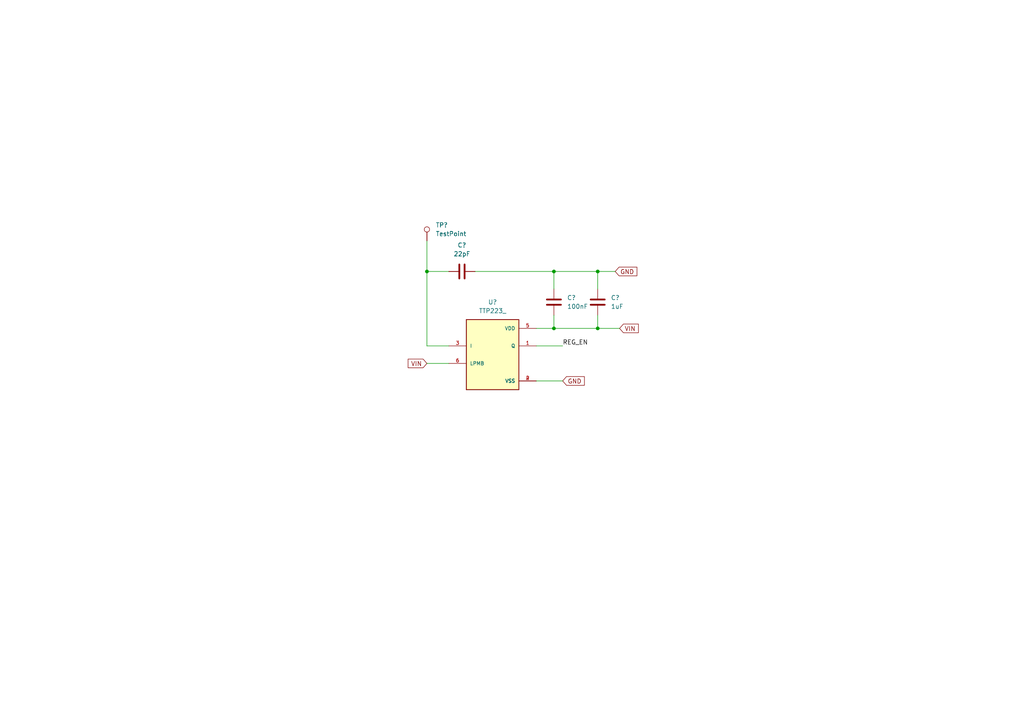
<source format=kicad_sch>
(kicad_sch (version 20211123) (generator eeschema)
  (paper "A4")
  (lib_symbols
    (symbol "Connector:TestPoint" (pin_numbers hide) (pin_names (offset 0.762) hide)
      (property "Reference" "TP" (at 0 6.858 0))
      (property "Value" "TestPoint" (at 0 5.08 0))
      (symbol "TestPoint_0_1"
        (circle (center 0 3.302) (radius 0.762))
      )
      (symbol "TestPoint_1_1"
        (pin passive line (at 0 0 90) (length 2.54) (name "1") (number "1"))
      )
    )
    (symbol "Device:C" (pin_numbers hide) (pin_names (offset 0.254))
      (property "Reference" "C" (at 0.635 2.54 0))
      (property "Value" "C" (at 0.635 -2.54 0))
      (symbol "C_0_1"
        (polyline (pts (xy -2.032 -0.762) (xy 2.032 -0.762)) (stroke (width 0.508)))
        (polyline (pts (xy -2.032 0.762) (xy 2.032 0.762)) (stroke (width 0.508)))
      )
      (symbol "C_1_1"
        (pin passive line (at 0 3.81 270) (length 2.794) (name "~") (number "1"))
        (pin passive line (at 0 -3.81 90) (length 2.794) (name "~") (number "2"))
      )
    )
    (symbol "TTP223_:TTP223_" (pin_names (offset 1.016))
      (property "Reference" "U" (at -7.62 10.922 0))
      (property "Value" "TTP223_" (at -7.62 -12.7 0))
      (symbol "TTP223__0_0"
        (rectangle (start -7.62 -10.16) (end 7.62 10.16) (stroke (width 0.254)) (fill (type background)))
        (pin output line (at 12.7 2.54 180) (length 5.08) (name "Q") (number "1"))
        (pin power_in line (at 12.7 -7.62 180) (length 5.08) (name "VSS") (number "2"))
        (pin bidirectional line (at -12.7 2.54 0) (length 5.08) (name "I") (number "3"))
        (pin power_in line (at 12.7 -7.62 180) (length 5.08) (name "VSS") (number "4"))
        (pin power_in line (at 12.7 7.62 180) (length 5.08) (name "VDD") (number "5"))
        (pin input line (at -12.7 -2.54 0) (length 5.08) (name "LPMB") (number "6"))
      )
    )
  )
  (junction (at 160.655 78.74))
  (junction (at 160.655 95.25))
  (junction (at 173.355 95.25))
  (junction (at 123.825 78.74))
  (junction (at 173.355 78.74))
  (wire (pts (xy 123.825 105.41) (xy 130.175 105.41)))
  (wire (pts (xy 160.655 95.25) (xy 173.355 95.25)))
  (wire (pts (xy 173.355 95.25) (xy 179.705 95.25)))
  (wire (pts (xy 155.575 95.25) (xy 160.655 95.25)))
  (wire (pts (xy 123.825 78.74) (xy 123.825 100.33)))
  (wire (pts (xy 160.655 83.82) (xy 160.655 78.74)))
  (wire (pts (xy 155.575 110.49) (xy 163.195 110.49)))
  (wire (pts (xy 173.355 91.44) (xy 173.355 95.25)))
  (wire (pts (xy 160.655 91.44) (xy 160.655 95.25)))
  (wire (pts (xy 163.195 100.33) (xy 155.575 100.33)))
  (wire (pts (xy 173.355 78.74) (xy 173.355 83.82)))
  (wire (pts (xy 160.655 78.74) (xy 173.355 78.74)))
  (wire (pts (xy 173.355 78.74) (xy 178.435 78.74)))
  (wire (pts (xy 137.795 78.74) (xy 160.655 78.74)))
  (wire (pts (xy 123.825 78.74) (xy 130.175 78.74)))
  (wire (pts (xy 123.825 69.85) (xy 123.825 78.74)))
  (wire (pts (xy 123.825 100.33) (xy 130.175 100.33)))
  (label "REG_EN" (at 163.195 100.33 0))
  (global_label "VIN" (shape input) (at 123.825 105.41 180) (property "Intersheet References" "${INTERSHEET_REFS}" (effects hide)))
  (global_label "GND" (shape input) (at 178.435 78.74 0) (property "Intersheet References" "${INTERSHEET_REFS}" (effects hide)))
  (global_label "GND" (shape input) (at 163.195 110.49 0) (property "Intersheet References" "${INTERSHEET_REFS}" (effects hide)))
  (global_label "VIN" (shape input) (at 179.705 95.25 0) (property "Intersheet References" "${INTERSHEET_REFS}" (effects hide)))
  (symbol (lib_id "Device:C") (at 173.355 87.63 0) (unit 1)
    (property "Reference" "C?" (at 177.165 86.3599 0) (effects (justify left)))
    (property "Value" "1uF" (at 177.165 88.8999 0) (effects (justify left)))
    (property "Footprint" "Capacitor_SMD:C_0603_1608Metric" (effects hide))
  )
  (symbol (lib_id "Connector:TestPoint") (at 123.825 69.85 0) (unit 1)
    (property "Reference" "TP?" (at 126.365 65.2779 0) (effects (justify left)))
    (property "Value" "TestPoint" (at 126.365 67.8179 0) (effects (justify left)))
    (property "Footprint" "TestPoint:TestPoint_Pad_D3.0mm" (effects hide))
  )
  (symbol (lib_id "TTP223_:TTP223_") (at 142.875 102.87 0) (unit 1)
    (property "Reference" "U?" (at 142.875 87.63 0))
    (property "Value" "TTP223_" (at 142.875 90.17 0))
    (property "Footprint" "footprints:SOT95P285X126-6N" (effects hide))
    (property "MANUFACTURER" "TONTEK" (effects hide))
    (property "PARTREV" "2.0" (effects hide))
    (property "STANDARD" "IPC-7351B" (effects hide))
  )
  (symbol (lib_id "Device:C") (at 133.985 78.74 90) (unit 1)
    (property "Reference" "C?" (at 133.985 71.12 90))
    (property "Value" "22pF" (at 133.985 73.66 90))
    (property "Footprint" "Capacitor_SMD:C_0603_1608Metric" (effects hide))
  )
  (symbol (lib_id "Device:C") (at 160.655 87.63 0) (unit 1)
    (property "Reference" "C?" (at 164.465 86.3599 0) (effects (justify left)))
    (property "Value" "100nF" (at 164.465 88.8999 0) (effects (justify left)))
    (property "Footprint" "Capacitor_SMD:C_0603_1608Metric" (effects hide))
  )
)
</source>
